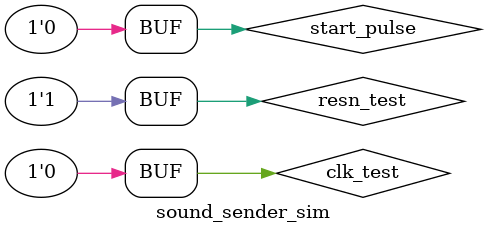
<source format=v>
`timescale 1ns / 100ps
`include "D:\MYPROGS\FPGA\AntMinerS9\SDRProject\HLS_sound_project\export\export\hdl\verilog\sound_sender.v"
`include "D:\MYPROGS\FPGA\AntMinerS9\SDRProject\HLS_sound_project\export\export\hdl\verilog\sound_sender_sound_sender_Pipeline_2.v"
`include "D:\MYPROGS\FPGA\AntMinerS9\SDRProject\HLS_sound_project\export\export\hdl\verilog\sound_sender_buff_RAM_AUTO_1R1W.v"
`include "D:\MYPROGS\FPGA\AntMinerS9\SDRProject\HLS_sound_project\export\export\hdl\verilog\sound_sender_flow_control_loop_pipe_sequential_init.v"
`include "D:\MYPROGS\FPGA\AntMinerS9\SDRProject\HLS_sound_project\export\export\hdl\verilog\sound_sender_out_bus_m_axi.v"
`include "D:\MYPROGS\FPGA\AntMinerS9\SDRProject\HLS_sound_project\export\export\hdl\verilog\sound_sender_sound_sender_Pipeline_VITIS_LOOP_48_1.v"

module sound_sender_sim();

reg clk_test;
reg start_pulse;
reg resn_test;

always begin
    clk_test = 1; #12;
    clk_test = 0; #13;
end

initial begin
    start_pulse = 0;
    resn_test = 1;
    #100;
    resn_test = 0;
    #25;
    resn_test = 1;
    #800;
    start_pulse = 1;
    #50;
    start_pulse = 0;
end


sound_sender sound_sender_obj(
        .start_send(start_pulse),
        .ap_rst_n(resn_test),
        .ap_clk(clk_test)
    );

endmodule

</source>
